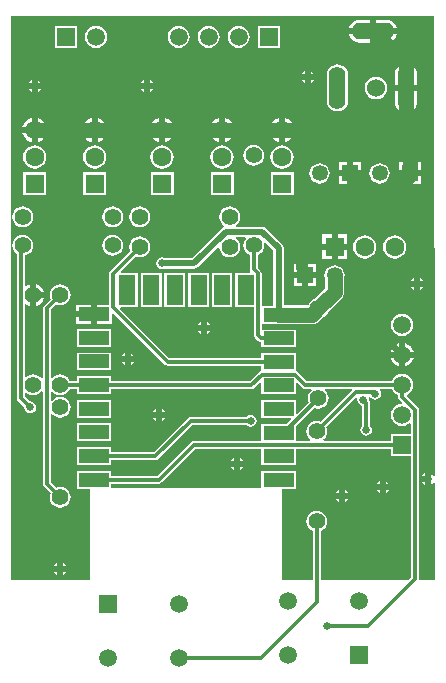
<source format=gbl>
%FSLAX25Y25*%
%MOIN*%
G70*
G01*
G75*
G04 Layer_Physical_Order=2*
G04 Layer_Color=16711680*
%ADD10C,0.07874*%
%ADD11C,0.02000*%
%ADD12C,0.01200*%
%ADD13C,0.05000*%
%ADD14C,0.02500*%
%ADD15C,0.02953*%
%ADD16C,0.06299*%
%ADD17R,0.06299X0.06299*%
%ADD18R,0.05906X0.05906*%
%ADD19C,0.05906*%
%ADD20O,0.05512X0.14173*%
%ADD21O,0.14173X0.05512*%
%ADD22C,0.05315*%
%ADD23R,0.05315X0.05315*%
%ADD24R,0.06299X0.06299*%
%ADD25C,0.05512*%
%ADD26R,0.05906X0.05906*%
%ADD27R,0.10000X0.04500*%
%ADD28R,0.05500X0.10000*%
%ADD29C,0.06000*%
%ADD30C,0.02500*%
G36*
X127809Y94658D02*
X128395Y93895D01*
X129158Y93309D01*
X129674Y93095D01*
Y92514D01*
X129775Y92007D01*
X130063Y91577D01*
X131003Y90637D01*
X130842Y90163D01*
X130046Y90059D01*
X129158Y89691D01*
X128395Y89105D01*
X127809Y88342D01*
X127441Y87454D01*
X127316Y86500D01*
X127441Y85546D01*
X127809Y84658D01*
X128395Y83895D01*
X129158Y83309D01*
X130046Y82941D01*
X131000Y82816D01*
X131954Y82941D01*
X132842Y83309D01*
X133479Y83798D01*
X133927Y83577D01*
Y80153D01*
X127347D01*
Y77825D01*
X104818D01*
X104657Y78299D01*
X104965Y78535D01*
X105519Y79257D01*
X105867Y80098D01*
X105986Y81000D01*
X105867Y81902D01*
X105694Y82320D01*
X115685Y92311D01*
X116126Y92075D01*
X116012Y91500D01*
X116163Y90739D01*
X116594Y90094D01*
X117239Y89663D01*
X117675Y89577D01*
Y82960D01*
X117594Y82906D01*
X117163Y82261D01*
X117012Y81500D01*
X117163Y80739D01*
X117594Y80094D01*
X118239Y79663D01*
X119000Y79512D01*
X119761Y79663D01*
X120406Y80094D01*
X120837Y80739D01*
X120988Y81500D01*
X120837Y82261D01*
X120406Y82906D01*
X120326Y82960D01*
Y90500D01*
X120225Y91007D01*
X119967Y91393D01*
X119988Y91500D01*
X119837Y92261D01*
X119895Y92369D01*
X120394Y92393D01*
X120594Y92094D01*
X121239Y91663D01*
X122000Y91512D01*
X122761Y91663D01*
X123406Y92094D01*
X123837Y92739D01*
X123988Y93500D01*
X123837Y94261D01*
X123521Y94734D01*
X123757Y95174D01*
X127595D01*
X127809Y94658D01*
D02*
G37*
G36*
X141701Y219500D02*
X141701Y219500D01*
X141701Y219500D01*
X141945Y66253D01*
X141466Y66107D01*
X141122Y66622D01*
X140500Y67038D01*
Y65000D01*
Y62962D01*
X141122Y63378D01*
X141470Y63899D01*
X141949Y63754D01*
X141999Y31854D01*
X141646Y31500D01*
X136786D01*
X136578Y31753D01*
Y88261D01*
X136477Y88769D01*
X136190Y89199D01*
X132621Y92768D01*
X132719Y93258D01*
X132842Y93309D01*
X133605Y93895D01*
X134191Y94658D01*
X134559Y95546D01*
X134684Y96500D01*
X134559Y97454D01*
X134191Y98342D01*
X133605Y99105D01*
X132842Y99691D01*
X131954Y100059D01*
X131000Y100184D01*
X130046Y100059D01*
X129158Y99691D01*
X128395Y99105D01*
X127809Y98342D01*
X127595Y97825D01*
X99338D01*
X96276Y100887D01*
X95846Y101175D01*
X95499Y101243D01*
X95500Y101250D01*
X95500Y101250D01*
X95500Y101250D01*
Y107150D01*
X84100D01*
Y105526D01*
X53349D01*
X36936Y121938D01*
X37128Y122400D01*
X42850D01*
Y133800D01*
X37328D01*
X37136Y134262D01*
X42180Y139306D01*
X42598Y139133D01*
X43500Y139014D01*
X44402Y139133D01*
X45243Y139481D01*
X45965Y140035D01*
X46519Y140757D01*
X46867Y141598D01*
X46986Y142500D01*
X46867Y143402D01*
X46519Y144243D01*
X45965Y144965D01*
X45243Y145519D01*
X44402Y145867D01*
X43500Y145986D01*
X42598Y145867D01*
X41757Y145519D01*
X41035Y144965D01*
X40481Y144243D01*
X40133Y143402D01*
X40014Y142500D01*
X40133Y141598D01*
X40306Y141180D01*
X33563Y134437D01*
X33275Y134007D01*
X33174Y133500D01*
Y123250D01*
X29300D01*
Y120000D01*
Y116750D01*
X34300D01*
Y120172D01*
X34762Y120364D01*
X51863Y103263D01*
X52293Y102975D01*
X52800Y102875D01*
X84100D01*
Y101250D01*
X84100Y101250D01*
X84100D01*
X84101Y101243D01*
X83754Y101175D01*
X83324Y100887D01*
X80163Y97725D01*
X34100D01*
Y99350D01*
X22700D01*
Y97725D01*
X20233D01*
X20019Y98243D01*
X19465Y98965D01*
X18743Y99519D01*
X17902Y99867D01*
X17000Y99986D01*
X16098Y99867D01*
X15257Y99519D01*
X14535Y98965D01*
X14299Y98657D01*
X13826Y98818D01*
Y121451D01*
X15680Y123306D01*
X16098Y123133D01*
X17000Y123014D01*
X17902Y123133D01*
X18743Y123481D01*
X19465Y124035D01*
X20019Y124757D01*
X20367Y125598D01*
X20486Y126500D01*
X20367Y127402D01*
X20019Y128243D01*
X19465Y128965D01*
X18743Y129519D01*
X17902Y129867D01*
X17000Y129986D01*
X16098Y129867D01*
X15257Y129519D01*
X14535Y128965D01*
X13981Y128243D01*
X13633Y127402D01*
X13514Y126500D01*
X13633Y125598D01*
X13806Y125180D01*
X11563Y122937D01*
X11275Y122507D01*
X11174Y122000D01*
Y98818D01*
X10701Y98657D01*
X10465Y98965D01*
X9743Y99519D01*
X8902Y99867D01*
X8000Y99986D01*
X7098Y99867D01*
X6257Y99519D01*
X5718Y99105D01*
X5270Y99326D01*
Y123296D01*
X5718Y123517D01*
X6106Y123219D01*
X7000Y122849D01*
Y126500D01*
Y130151D01*
X6106Y129781D01*
X5718Y129483D01*
X5270Y129704D01*
Y139616D01*
X5402Y139633D01*
X6243Y139981D01*
X6965Y140535D01*
X7519Y141257D01*
X7867Y142098D01*
X7986Y143000D01*
X7867Y143902D01*
X7519Y144743D01*
X6965Y145465D01*
X6243Y146019D01*
X5402Y146367D01*
X4500Y146486D01*
X3598Y146367D01*
X2757Y146019D01*
X2035Y145465D01*
X1481Y144743D01*
X1133Y143902D01*
X1014Y143000D01*
X1133Y142098D01*
X1481Y141257D01*
X2035Y140535D01*
X2619Y140088D01*
Y92056D01*
X2719Y91549D01*
X3007Y91119D01*
X5031Y89095D01*
X5012Y89000D01*
X5163Y88239D01*
X5594Y87594D01*
X6239Y87163D01*
X7000Y87012D01*
X7761Y87163D01*
X8406Y87594D01*
X8837Y88239D01*
X8988Y89000D01*
X8837Y89761D01*
X8406Y90406D01*
X7761Y90837D01*
X7000Y90988D01*
X6905Y90969D01*
X5270Y92605D01*
Y93674D01*
X5718Y93895D01*
X6257Y93481D01*
X7098Y93133D01*
X8000Y93014D01*
X8902Y93133D01*
X9743Y93481D01*
X10465Y94035D01*
X10701Y94343D01*
X11174Y94182D01*
Y63500D01*
X11275Y62993D01*
X11563Y62563D01*
X13806Y60320D01*
X13633Y59902D01*
X13514Y59000D01*
X13633Y58098D01*
X13981Y57257D01*
X14535Y56535D01*
X15257Y55981D01*
X16098Y55633D01*
X17000Y55514D01*
X17902Y55633D01*
X18743Y55981D01*
X19465Y56535D01*
X20019Y57257D01*
X20367Y58098D01*
X20486Y59000D01*
X20367Y59902D01*
X20019Y60743D01*
X19465Y61465D01*
X18743Y62019D01*
X17902Y62367D01*
X17000Y62486D01*
X16098Y62367D01*
X15680Y62194D01*
X13826Y64049D01*
Y86682D01*
X14299Y86843D01*
X14535Y86535D01*
X15257Y85981D01*
X16098Y85633D01*
X17000Y85514D01*
X17902Y85633D01*
X18743Y85981D01*
X19465Y86535D01*
X20019Y87257D01*
X20367Y88098D01*
X20486Y89000D01*
X20367Y89902D01*
X20019Y90743D01*
X19465Y91465D01*
X18743Y92019D01*
X17902Y92367D01*
X17000Y92486D01*
X16098Y92367D01*
X15257Y92019D01*
X14535Y91465D01*
X14299Y91157D01*
X13826Y91318D01*
Y94182D01*
X14299Y94343D01*
X14535Y94035D01*
X15257Y93481D01*
X16098Y93133D01*
X17000Y93014D01*
X17902Y93133D01*
X18743Y93481D01*
X19465Y94035D01*
X20019Y94757D01*
X20150Y95074D01*
X22700D01*
Y93450D01*
X34100D01*
Y95074D01*
X80712D01*
X81219Y95175D01*
X81649Y95463D01*
X83638Y97452D01*
X84100Y97261D01*
Y93450D01*
X95500D01*
Y97261D01*
X95962Y97452D01*
X97851Y95563D01*
X98281Y95275D01*
X98788Y95174D01*
X100682D01*
X100843Y94701D01*
X100535Y94465D01*
X99981Y93743D01*
X99633Y92902D01*
X99514Y92000D01*
X99633Y91098D01*
X99806Y90680D01*
X95962Y86836D01*
X95500Y87028D01*
Y91350D01*
X84100D01*
Y85450D01*
X93922D01*
X94114Y84988D01*
X92676Y83550D01*
X84100D01*
Y77825D01*
X61500D01*
X60993Y77725D01*
X60563Y77437D01*
X49351Y66225D01*
X34100D01*
Y67850D01*
X22700D01*
Y61950D01*
X27000D01*
Y31500D01*
X500D01*
Y219500D01*
X141701D01*
X141701Y219500D01*
D02*
G37*
G36*
X127347Y72847D02*
X133927D01*
Y32302D01*
X133125Y31500D01*
X103825D01*
Y47808D01*
X104243Y47981D01*
X104965Y48535D01*
X105519Y49257D01*
X105867Y50098D01*
X105986Y51000D01*
X105867Y51902D01*
X105519Y52743D01*
X104965Y53465D01*
X104243Y54019D01*
X103402Y54367D01*
X102500Y54486D01*
X101598Y54367D01*
X100757Y54019D01*
X100035Y53465D01*
X99481Y52743D01*
X99133Y51902D01*
X99014Y51000D01*
X99133Y50098D01*
X99481Y49257D01*
X100035Y48535D01*
X100757Y47981D01*
X101174Y47808D01*
Y31500D01*
X91000D01*
Y61950D01*
X95500D01*
Y67850D01*
X84100D01*
Y62000D01*
X34100D01*
Y63574D01*
X49900D01*
X50407Y63675D01*
X50837Y63963D01*
X62049Y75174D01*
X84100D01*
Y69750D01*
X95500D01*
Y75174D01*
X127347D01*
Y72847D01*
D02*
G37*
G36*
X114338Y94713D02*
X103820Y84194D01*
X103402Y84367D01*
X102500Y84486D01*
X101598Y84367D01*
X100757Y84019D01*
X100035Y83465D01*
X99481Y82743D01*
X99133Y81902D01*
X99014Y81000D01*
X99133Y80098D01*
X99481Y79257D01*
X100035Y78535D01*
X100343Y78299D01*
X100182Y77825D01*
X95500D01*
Y82626D01*
X101680Y88806D01*
X102098Y88633D01*
X103000Y88514D01*
X103902Y88633D01*
X104743Y88981D01*
X105465Y89535D01*
X106019Y90257D01*
X106367Y91098D01*
X106486Y92000D01*
X106367Y92902D01*
X106019Y93743D01*
X105465Y94465D01*
X105157Y94701D01*
X105318Y95174D01*
X114147D01*
X114338Y94713D01*
D02*
G37*
%LPC*%
G36*
X66650Y133800D02*
X59750D01*
Y122400D01*
X66650D01*
Y133800D01*
D02*
G37*
G36*
X58650D02*
X51750D01*
Y122400D01*
X58650D01*
Y133800D01*
D02*
G37*
G36*
X50850D02*
X43950D01*
Y122400D01*
X50850D01*
Y133800D01*
D02*
G37*
G36*
X74450D02*
X67550D01*
Y122400D01*
X74450D01*
Y133800D01*
D02*
G37*
G36*
X9000Y130151D02*
Y127500D01*
X11651D01*
X11281Y128394D01*
X10679Y129179D01*
X9894Y129781D01*
X9000Y130151D01*
D02*
G37*
G36*
X11651Y125500D02*
X9000D01*
Y122849D01*
X9894Y123219D01*
X10679Y123821D01*
X11281Y124606D01*
X11651Y125500D01*
D02*
G37*
G36*
X34000Y115050D02*
X22600D01*
Y109150D01*
X34000D01*
Y115050D01*
D02*
G37*
G36*
X27300Y123250D02*
X22300D01*
Y121000D01*
X27300D01*
Y123250D01*
D02*
G37*
G36*
X66000Y117538D02*
Y116500D01*
X67038D01*
X66622Y117122D01*
X66000Y117538D01*
D02*
G37*
G36*
X67038Y114500D02*
X66000D01*
Y113462D01*
X66622Y113878D01*
X67038Y114500D01*
D02*
G37*
G36*
X64000Y117538D02*
X63378Y117122D01*
X62962Y116500D01*
X64000D01*
Y117538D01*
D02*
G37*
G36*
X73500Y155986D02*
X72598Y155867D01*
X71757Y155519D01*
X71035Y154965D01*
X70481Y154243D01*
X70133Y153402D01*
X70014Y152500D01*
X70133Y151598D01*
X70481Y150757D01*
X71035Y150035D01*
X71661Y149555D01*
X71547Y149068D01*
X71491Y149057D01*
X70929Y148681D01*
X60980Y138733D01*
X51916D01*
X51761Y138837D01*
X51000Y138988D01*
X50239Y138837D01*
X49594Y138406D01*
X49163Y137761D01*
X49012Y137000D01*
X49163Y136239D01*
X49594Y135594D01*
X50239Y135163D01*
X51000Y135012D01*
X51761Y135163D01*
X51916Y135267D01*
X61698D01*
X62362Y135399D01*
X62924Y135774D01*
X69572Y142422D01*
X70046Y142262D01*
X70133Y141598D01*
X70481Y140757D01*
X71035Y140035D01*
X71757Y139481D01*
X72598Y139133D01*
X73500Y139014D01*
X74402Y139133D01*
X75243Y139481D01*
X75965Y140035D01*
X76519Y140757D01*
X76867Y141598D01*
X76986Y142500D01*
X76867Y143402D01*
X76519Y144243D01*
X75965Y144965D01*
X75594Y145249D01*
X75755Y145723D01*
X78668D01*
X78889Y145274D01*
X78481Y144743D01*
X78133Y143902D01*
X78014Y143000D01*
X78133Y142098D01*
X78481Y141257D01*
X79035Y140535D01*
X79757Y139981D01*
X80174Y139808D01*
Y134988D01*
X80275Y134481D01*
X80436Y134241D01*
X80200Y133800D01*
X75350D01*
Y122400D01*
X81524D01*
Y113150D01*
X81625Y112643D01*
X81913Y112213D01*
X83063Y111063D01*
X83493Y110775D01*
X84000Y110675D01*
X84100D01*
Y109050D01*
X95500D01*
Y114950D01*
X84175D01*
Y116950D01*
X88560D01*
X88965Y116782D01*
X89800Y116672D01*
X100900D01*
X101735Y116782D01*
X102514Y117105D01*
X103182Y117618D01*
X104406Y118842D01*
X104743Y118981D01*
X105465Y119535D01*
X106019Y120257D01*
X106158Y120594D01*
X110782Y125218D01*
X111295Y125886D01*
X111618Y126665D01*
X111728Y127500D01*
Y132019D01*
X111771Y132123D01*
X111886Y133000D01*
X111771Y133877D01*
X111433Y134693D01*
X110895Y135395D01*
X110193Y135933D01*
X109377Y136271D01*
X108500Y136386D01*
X107624Y136271D01*
X106807Y135933D01*
X106105Y135395D01*
X105567Y134693D01*
X105229Y133877D01*
X105114Y133000D01*
X105229Y132123D01*
X105272Y132019D01*
Y128837D01*
X101593Y125158D01*
X101257Y125019D01*
X100535Y124465D01*
X99981Y123743D01*
X99842Y123407D01*
X99563Y123128D01*
X91533D01*
Y142112D01*
X91401Y142775D01*
X91026Y143337D01*
X91026Y143338D01*
X85681Y148681D01*
X85119Y149057D01*
X84456Y149189D01*
X75640D01*
X75479Y149663D01*
X75965Y150035D01*
X76519Y150757D01*
X76867Y151598D01*
X76986Y152500D01*
X76867Y153402D01*
X76519Y154243D01*
X75965Y154965D01*
X75243Y155519D01*
X74402Y155867D01*
X73500Y155986D01*
D02*
G37*
G36*
X131000Y120184D02*
X130046Y120059D01*
X129158Y119691D01*
X128395Y119105D01*
X127809Y118342D01*
X127441Y117454D01*
X127316Y116500D01*
X127441Y115546D01*
X127809Y114658D01*
X128395Y113895D01*
X129158Y113309D01*
X130046Y112941D01*
X131000Y112816D01*
X131954Y112941D01*
X132842Y113309D01*
X133605Y113895D01*
X134191Y114658D01*
X134559Y115546D01*
X134684Y116500D01*
X134559Y117454D01*
X134191Y118342D01*
X133605Y119105D01*
X132842Y119691D01*
X131954Y120059D01*
X131000Y120184D01*
D02*
G37*
G36*
X64000Y114500D02*
X62962D01*
X63378Y113878D01*
X64000Y113462D01*
Y114500D01*
D02*
G37*
G36*
X27300Y119000D02*
X22300D01*
Y116750D01*
X27300D01*
Y119000D01*
D02*
G37*
G36*
X128500Y146383D02*
X127495Y146250D01*
X126559Y145863D01*
X125754Y145246D01*
X125137Y144441D01*
X124750Y143505D01*
X124617Y142500D01*
X124750Y141495D01*
X125137Y140559D01*
X125754Y139754D01*
X126559Y139137D01*
X127495Y138750D01*
X128500Y138617D01*
X129505Y138750D01*
X130441Y139137D01*
X131246Y139754D01*
X131863Y140559D01*
X132250Y141495D01*
X132383Y142500D01*
X132250Y143505D01*
X131863Y144441D01*
X131246Y145246D01*
X130441Y145863D01*
X129505Y146250D01*
X128500Y146383D01*
D02*
G37*
G36*
X34500Y146486D02*
X33598Y146367D01*
X32757Y146019D01*
X32035Y145465D01*
X31481Y144743D01*
X31133Y143902D01*
X31014Y143000D01*
X31133Y142098D01*
X31481Y141257D01*
X32035Y140535D01*
X32757Y139981D01*
X33598Y139633D01*
X34500Y139514D01*
X35402Y139633D01*
X36243Y139981D01*
X36965Y140535D01*
X37519Y141257D01*
X37867Y142098D01*
X37986Y143000D01*
X37867Y143902D01*
X37519Y144743D01*
X36965Y145465D01*
X36243Y146019D01*
X35402Y146367D01*
X34500Y146486D01*
D02*
G37*
G36*
X112650Y141500D02*
X109500D01*
Y138350D01*
X112650D01*
Y141500D01*
D02*
G37*
G36*
X118500Y146383D02*
X117495Y146250D01*
X116559Y145863D01*
X115754Y145246D01*
X115137Y144441D01*
X114750Y143505D01*
X114617Y142500D01*
X114750Y141495D01*
X115137Y140559D01*
X115754Y139754D01*
X116559Y139137D01*
X117495Y138750D01*
X118500Y138617D01*
X119505Y138750D01*
X120441Y139137D01*
X121246Y139754D01*
X121863Y140559D01*
X122250Y141495D01*
X122383Y142500D01*
X122250Y143505D01*
X121863Y144441D01*
X121246Y145246D01*
X120441Y145863D01*
X119505Y146250D01*
X118500Y146383D01*
D02*
G37*
G36*
X4500Y155986D02*
X3598Y155867D01*
X2757Y155519D01*
X2035Y154965D01*
X1481Y154243D01*
X1133Y153402D01*
X1014Y152500D01*
X1133Y151598D01*
X1481Y150757D01*
X2035Y150035D01*
X2757Y149481D01*
X3598Y149133D01*
X4500Y149014D01*
X5402Y149133D01*
X6243Y149481D01*
X6965Y150035D01*
X7519Y150757D01*
X7867Y151598D01*
X7986Y152500D01*
X7867Y153402D01*
X7519Y154243D01*
X6965Y154965D01*
X6243Y155519D01*
X5402Y155867D01*
X4500Y155986D01*
D02*
G37*
G36*
X34500D02*
X33598Y155867D01*
X32757Y155519D01*
X32035Y154965D01*
X31481Y154243D01*
X31133Y153402D01*
X31014Y152500D01*
X31133Y151598D01*
X31481Y150757D01*
X32035Y150035D01*
X32757Y149481D01*
X33598Y149133D01*
X34500Y149014D01*
X35402Y149133D01*
X36243Y149481D01*
X36965Y150035D01*
X37519Y150757D01*
X37867Y151598D01*
X37986Y152500D01*
X37867Y153402D01*
X37519Y154243D01*
X36965Y154965D01*
X36243Y155519D01*
X35402Y155867D01*
X34500Y155986D01*
D02*
G37*
G36*
X107500Y146650D02*
X104350D01*
Y143500D01*
X107500D01*
Y146650D01*
D02*
G37*
G36*
X112650D02*
X109500D01*
Y143500D01*
X112650D01*
Y146650D01*
D02*
G37*
G36*
X107500Y141500D02*
X104350D01*
Y138350D01*
X107500D01*
Y141500D01*
D02*
G37*
G36*
X97500Y132000D02*
X94842D01*
Y129342D01*
X97500D01*
Y132000D01*
D02*
G37*
G36*
X102157D02*
X99500D01*
Y129342D01*
X102157D01*
Y132000D01*
D02*
G37*
G36*
X135000Y129000D02*
X133962D01*
X134378Y128378D01*
X135000Y127962D01*
Y129000D01*
D02*
G37*
G36*
X138038D02*
X137000D01*
Y127962D01*
X137622Y128378D01*
X138038Y129000D01*
D02*
G37*
G36*
X97500Y136658D02*
X94842D01*
Y134000D01*
X97500D01*
Y136658D01*
D02*
G37*
G36*
X102157D02*
X99500D01*
Y134000D01*
X102157D01*
Y136658D01*
D02*
G37*
G36*
X135000Y132038D02*
X134378Y131622D01*
X133962Y131000D01*
X135000D01*
Y132038D01*
D02*
G37*
G36*
X137000D02*
Y131000D01*
X138038D01*
X137622Y131622D01*
X137000Y132038D01*
D02*
G37*
G36*
X132000Y110355D02*
Y107500D01*
X134855D01*
X134851Y107532D01*
X134453Y108493D01*
X133819Y109319D01*
X132993Y109953D01*
X132032Y110351D01*
X132000Y110355D01*
D02*
G37*
G36*
X138500Y64000D02*
X137462D01*
X137878Y63378D01*
X138500Y62962D01*
Y64000D01*
D02*
G37*
G36*
X123500Y64538D02*
X122878Y64122D01*
X122462Y63500D01*
X123500D01*
Y64538D01*
D02*
G37*
G36*
X110000Y61538D02*
X109378Y61122D01*
X108962Y60500D01*
X110000D01*
Y61538D01*
D02*
G37*
G36*
X112000D02*
Y60500D01*
X113038D01*
X112622Y61122D01*
X112000Y61538D01*
D02*
G37*
G36*
X75000Y69000D02*
X73962D01*
X74378Y68378D01*
X75000Y67962D01*
Y69000D01*
D02*
G37*
G36*
X78038D02*
X77000D01*
Y67962D01*
X77622Y68378D01*
X78038Y69000D01*
D02*
G37*
G36*
X125500Y64538D02*
Y63500D01*
X126538D01*
X126122Y64122D01*
X125500Y64538D01*
D02*
G37*
G36*
X138500Y67038D02*
X137878Y66622D01*
X137462Y66000D01*
X138500D01*
Y67038D01*
D02*
G37*
G36*
X16000Y37038D02*
X15378Y36622D01*
X14962Y36000D01*
X16000D01*
Y37038D01*
D02*
G37*
G36*
X18000D02*
Y36000D01*
X19038D01*
X18622Y36622D01*
X18000Y37038D01*
D02*
G37*
G36*
X16000Y34000D02*
X14962D01*
X15378Y33378D01*
X16000Y32962D01*
Y34000D01*
D02*
G37*
G36*
X19038D02*
X18000D01*
Y32962D01*
X18622Y33378D01*
X19038Y34000D01*
D02*
G37*
G36*
X123500Y61500D02*
X122462D01*
X122878Y60878D01*
X123500Y60462D01*
Y61500D01*
D02*
G37*
G36*
X126538D02*
X125500D01*
Y60462D01*
X126122Y60878D01*
X126538Y61500D01*
D02*
G37*
G36*
X110000Y58500D02*
X108962D01*
X109378Y57878D01*
X110000Y57462D01*
Y58500D01*
D02*
G37*
G36*
X113038D02*
X112000D01*
Y57462D01*
X112622Y57878D01*
X113038Y58500D01*
D02*
G37*
G36*
X75000Y72038D02*
X74378Y71622D01*
X73962Y71000D01*
X75000D01*
Y72038D01*
D02*
G37*
G36*
X134855Y105500D02*
X132000D01*
Y102645D01*
X132032Y102649D01*
X132993Y103047D01*
X133819Y103681D01*
X134453Y104507D01*
X134851Y105468D01*
X134855Y105500D01*
D02*
G37*
G36*
X38500Y104000D02*
X37462D01*
X37878Y103378D01*
X38500Y102962D01*
Y104000D01*
D02*
G37*
G36*
X34000Y107250D02*
X22600D01*
Y101350D01*
X34000D01*
Y107250D01*
D02*
G37*
G36*
X130000Y105500D02*
X127145D01*
X127149Y105468D01*
X127547Y104507D01*
X128181Y103681D01*
X129007Y103047D01*
X129968Y102649D01*
X130000Y102645D01*
Y105500D01*
D02*
G37*
G36*
X40500Y107038D02*
Y106000D01*
X41538D01*
X41122Y106622D01*
X40500Y107038D01*
D02*
G37*
G36*
X130000Y110355D02*
X129968Y110351D01*
X129007Y109953D01*
X128181Y109319D01*
X127547Y108493D01*
X127149Y107532D01*
X127145Y107500D01*
X130000D01*
Y110355D01*
D02*
G37*
G36*
X41538Y104000D02*
X40500D01*
Y102962D01*
X41122Y103378D01*
X41538Y104000D01*
D02*
G37*
G36*
X38500Y107038D02*
X37878Y106622D01*
X37462Y106000D01*
X38500D01*
Y107038D01*
D02*
G37*
G36*
X80500Y86488D02*
X79739Y86337D01*
X79094Y85906D01*
X79040Y85826D01*
X60500D01*
X59993Y85725D01*
X59563Y85437D01*
X48151Y74025D01*
X34100D01*
Y75650D01*
X22700D01*
Y69750D01*
X34100D01*
Y71374D01*
X48700D01*
X49207Y71475D01*
X49637Y71763D01*
X61049Y83175D01*
X79040D01*
X79094Y83094D01*
X79739Y82663D01*
X80500Y82512D01*
X81261Y82663D01*
X81906Y83094D01*
X82337Y83739D01*
X82488Y84500D01*
X82337Y85261D01*
X81906Y85906D01*
X81261Y86337D01*
X80500Y86488D01*
D02*
G37*
G36*
X49000Y85500D02*
X47962D01*
X48378Y84878D01*
X49000Y84462D01*
Y85500D01*
D02*
G37*
G36*
X77000Y72038D02*
Y71000D01*
X78038D01*
X77622Y71622D01*
X77000Y72038D01*
D02*
G37*
G36*
X34100Y83650D02*
X22700D01*
Y77750D01*
X34100D01*
Y83650D01*
D02*
G37*
G36*
X49000Y88538D02*
X48378Y88122D01*
X47962Y87500D01*
X49000D01*
Y88538D01*
D02*
G37*
G36*
X51000D02*
Y87500D01*
X52038D01*
X51622Y88122D01*
X51000Y88538D01*
D02*
G37*
G36*
X52038Y85500D02*
X51000D01*
Y84462D01*
X51622Y84878D01*
X52038Y85500D01*
D02*
G37*
G36*
X34100Y91450D02*
X22700D01*
Y85550D01*
X34100D01*
Y91450D01*
D02*
G37*
G36*
X7500Y195000D02*
X6462D01*
X6878Y194378D01*
X7500Y193962D01*
Y195000D01*
D02*
G37*
G36*
X10538D02*
X9500D01*
Y193962D01*
X10122Y194378D01*
X10538Y195000D01*
D02*
G37*
G36*
X109457Y203316D02*
X108554Y203198D01*
X107714Y202849D01*
X106992Y202295D01*
X106438Y201574D01*
X106090Y200733D01*
X105971Y199831D01*
Y191169D01*
X106090Y190267D01*
X106438Y189426D01*
X106992Y188705D01*
X107714Y188151D01*
X108554Y187802D01*
X109457Y187684D01*
X110359Y187802D01*
X111199Y188151D01*
X111922Y188705D01*
X112475Y189426D01*
X112824Y190267D01*
X112942Y191169D01*
Y199831D01*
X112824Y200733D01*
X112475Y201574D01*
X111922Y202295D01*
X111199Y202849D01*
X110359Y203198D01*
X109457Y203316D01*
D02*
G37*
G36*
X122291Y199232D02*
X121326Y199105D01*
X120425Y198732D01*
X119652Y198139D01*
X119059Y197366D01*
X118687Y196466D01*
X118559Y195500D01*
X118687Y194534D01*
X119059Y193634D01*
X119652Y192861D01*
X120425Y192268D01*
X121326Y191895D01*
X122291Y191768D01*
X123257Y191895D01*
X124157Y192268D01*
X124930Y192861D01*
X125523Y193634D01*
X125896Y194534D01*
X126023Y195500D01*
X125896Y196466D01*
X125523Y197366D01*
X124930Y198139D01*
X124157Y198732D01*
X123257Y199105D01*
X122291Y199232D01*
D02*
G37*
G36*
X131291Y203482D02*
X130397Y203112D01*
X129613Y202509D01*
X129011Y201725D01*
X128632Y200811D01*
X128503Y199831D01*
Y196500D01*
X131291D01*
Y203482D01*
D02*
G37*
G36*
X133291D02*
Y196500D01*
X136080D01*
Y199831D01*
X135951Y200811D01*
X135572Y201725D01*
X134970Y202509D01*
X134186Y203112D01*
X133291Y203482D01*
D02*
G37*
G36*
X45000Y195000D02*
X43962D01*
X44378Y194378D01*
X45000Y193962D01*
Y195000D01*
D02*
G37*
G36*
X48038D02*
X47000D01*
Y193962D01*
X47622Y194378D01*
X48038Y195000D01*
D02*
G37*
G36*
X136080Y194500D02*
X133291D01*
Y187518D01*
X134186Y187889D01*
X134970Y188491D01*
X135572Y189275D01*
X135951Y190189D01*
X136080Y191169D01*
Y194500D01*
D02*
G37*
G36*
X52000Y185530D02*
Y182476D01*
X55054D01*
X55043Y182560D01*
X54625Y183569D01*
X53960Y184436D01*
X53093Y185101D01*
X52083Y185519D01*
X52000Y185530D01*
D02*
G37*
G36*
X70000D02*
X69917Y185519D01*
X68907Y185101D01*
X68041Y184436D01*
X67375Y183569D01*
X66957Y182560D01*
X66946Y182476D01*
X70000D01*
Y185530D01*
D02*
G37*
G36*
X29500D02*
Y182476D01*
X32554D01*
X32543Y182560D01*
X32125Y183569D01*
X31460Y184436D01*
X30593Y185101D01*
X29583Y185519D01*
X29500Y185530D01*
D02*
G37*
G36*
X50000D02*
X49917Y185519D01*
X48907Y185101D01*
X48041Y184436D01*
X47375Y183569D01*
X46957Y182560D01*
X46946Y182476D01*
X50000D01*
Y185530D01*
D02*
G37*
G36*
X92000D02*
Y182476D01*
X95054D01*
X95043Y182560D01*
X94625Y183569D01*
X93959Y184436D01*
X93093Y185101D01*
X92083Y185519D01*
X92000Y185530D01*
D02*
G37*
G36*
X131291Y194500D02*
X128503D01*
Y191169D01*
X128632Y190189D01*
X129011Y189275D01*
X129613Y188491D01*
X130397Y187889D01*
X131291Y187518D01*
Y194500D01*
D02*
G37*
G36*
X72000Y185530D02*
Y182476D01*
X75054D01*
X75043Y182560D01*
X74625Y183569D01*
X73959Y184436D01*
X73093Y185101D01*
X72083Y185519D01*
X72000Y185530D01*
D02*
G37*
G36*
X90000D02*
X89917Y185519D01*
X88907Y185101D01*
X88041Y184436D01*
X87375Y183569D01*
X86957Y182560D01*
X86946Y182476D01*
X90000D01*
Y185530D01*
D02*
G37*
G36*
X98500Y198000D02*
X97462D01*
X97878Y197378D01*
X98500Y196962D01*
Y198000D01*
D02*
G37*
G36*
X22653Y216153D02*
X15347D01*
Y208847D01*
X22653D01*
Y216153D01*
D02*
G37*
G36*
X90153D02*
X82847D01*
Y208847D01*
X90153D01*
Y216153D01*
D02*
G37*
G36*
X66500Y216184D02*
X65546Y216059D01*
X64658Y215691D01*
X63895Y215105D01*
X63309Y214342D01*
X62941Y213454D01*
X62816Y212500D01*
X62941Y211546D01*
X63309Y210658D01*
X63895Y209895D01*
X64658Y209309D01*
X65546Y208941D01*
X66500Y208816D01*
X67454Y208941D01*
X68342Y209309D01*
X69105Y209895D01*
X69691Y210658D01*
X70059Y211546D01*
X70184Y212500D01*
X70059Y213454D01*
X69691Y214342D01*
X69105Y215105D01*
X68342Y215691D01*
X67454Y216059D01*
X66500Y216184D01*
D02*
G37*
G36*
X76500D02*
X75546Y216059D01*
X74658Y215691D01*
X73895Y215105D01*
X73309Y214342D01*
X72941Y213454D01*
X72816Y212500D01*
X72941Y211546D01*
X73309Y210658D01*
X73895Y209895D01*
X74658Y209309D01*
X75546Y208941D01*
X76500Y208816D01*
X77454Y208941D01*
X78342Y209309D01*
X79105Y209895D01*
X79691Y210658D01*
X80059Y211546D01*
X80184Y212500D01*
X80059Y213454D01*
X79691Y214342D01*
X79105Y215105D01*
X78342Y215691D01*
X77454Y216059D01*
X76500Y216184D01*
D02*
G37*
G36*
X120268Y218186D02*
X116937D01*
X115956Y218057D01*
X115043Y217678D01*
X114258Y217076D01*
X113656Y216292D01*
X113286Y215398D01*
X120268D01*
Y218186D01*
D02*
G37*
G36*
X125598D02*
X122268D01*
Y215398D01*
X129250D01*
X128879Y216292D01*
X128277Y217076D01*
X127493Y217678D01*
X126579Y218057D01*
X125598Y218186D01*
D02*
G37*
G36*
X120268Y213398D02*
X113286D01*
X113656Y212504D01*
X114258Y211719D01*
X115043Y211117D01*
X115956Y210738D01*
X116937Y210609D01*
X120268D01*
Y213398D01*
D02*
G37*
G36*
X129250D02*
X122268D01*
Y210609D01*
X125598D01*
X126579Y210738D01*
X127493Y211117D01*
X128277Y211719D01*
X128879Y212504D01*
X129250Y213398D01*
D02*
G37*
G36*
X56500Y216184D02*
X55546Y216059D01*
X54658Y215691D01*
X53895Y215105D01*
X53309Y214342D01*
X52941Y213454D01*
X52816Y212500D01*
X52941Y211546D01*
X53309Y210658D01*
X53895Y209895D01*
X54658Y209309D01*
X55546Y208941D01*
X56500Y208816D01*
X57454Y208941D01*
X58342Y209309D01*
X59105Y209895D01*
X59691Y210658D01*
X60059Y211546D01*
X60184Y212500D01*
X60059Y213454D01*
X59691Y214342D01*
X59105Y215105D01*
X58342Y215691D01*
X57454Y216059D01*
X56500Y216184D01*
D02*
G37*
G36*
X9500Y198038D02*
Y197000D01*
X10538D01*
X10122Y197622D01*
X9500Y198038D01*
D02*
G37*
G36*
X45000D02*
X44378Y197622D01*
X43962Y197000D01*
X45000D01*
Y198038D01*
D02*
G37*
G36*
X101538Y198000D02*
X100500D01*
Y196962D01*
X101122Y197378D01*
X101538Y198000D01*
D02*
G37*
G36*
X7500Y198038D02*
X6878Y197622D01*
X6462Y197000D01*
X7500D01*
Y198038D01*
D02*
G37*
G36*
X100500Y201038D02*
Y200000D01*
X101538D01*
X101122Y200622D01*
X100500Y201038D01*
D02*
G37*
G36*
X29000Y216184D02*
X28046Y216059D01*
X27158Y215691D01*
X26395Y215105D01*
X25809Y214342D01*
X25441Y213454D01*
X25316Y212500D01*
X25441Y211546D01*
X25809Y210658D01*
X26395Y209895D01*
X27158Y209309D01*
X28046Y208941D01*
X29000Y208816D01*
X29954Y208941D01*
X30842Y209309D01*
X31605Y209895D01*
X32191Y210658D01*
X32559Y211546D01*
X32684Y212500D01*
X32559Y213454D01*
X32191Y214342D01*
X31605Y215105D01*
X30842Y215691D01*
X29954Y216059D01*
X29000Y216184D01*
D02*
G37*
G36*
X47000Y198038D02*
Y197000D01*
X48038D01*
X47622Y197622D01*
X47000Y198038D01*
D02*
G37*
G36*
X98500Y201038D02*
X97878Y200622D01*
X97462Y200000D01*
X98500D01*
Y201038D01*
D02*
G37*
G36*
X27500Y185530D02*
X27417Y185519D01*
X26407Y185101D01*
X25541Y184436D01*
X24875Y183569D01*
X24457Y182560D01*
X24446Y182476D01*
X27500D01*
Y185530D01*
D02*
G37*
G36*
X123500Y170386D02*
X122624Y170271D01*
X121807Y169933D01*
X121105Y169395D01*
X120567Y168693D01*
X120229Y167877D01*
X120114Y167000D01*
X120229Y166123D01*
X120567Y165307D01*
X121105Y164605D01*
X121807Y164067D01*
X122624Y163729D01*
X123500Y163614D01*
X124376Y163729D01*
X125193Y164067D01*
X125895Y164605D01*
X126433Y165307D01*
X126771Y166123D01*
X126886Y167000D01*
X126771Y167877D01*
X126433Y168693D01*
X125895Y169395D01*
X125193Y169933D01*
X124376Y170271D01*
X123500Y170386D01*
D02*
G37*
G36*
X112500Y170658D02*
X109843D01*
Y168000D01*
X112500D01*
Y170658D01*
D02*
G37*
G36*
X137157Y166000D02*
X134500D01*
Y163342D01*
X137157D01*
Y166000D01*
D02*
G37*
G36*
X103500Y170386D02*
X102623Y170271D01*
X101807Y169933D01*
X101105Y169395D01*
X100567Y168693D01*
X100229Y167877D01*
X100113Y167000D01*
X100229Y166123D01*
X100567Y165307D01*
X101105Y164605D01*
X101807Y164067D01*
X102623Y163729D01*
X103500Y163614D01*
X104376Y163729D01*
X105193Y164067D01*
X105895Y164605D01*
X106433Y165307D01*
X106771Y166123D01*
X106886Y167000D01*
X106771Y167877D01*
X106433Y168693D01*
X105895Y169395D01*
X105193Y169933D01*
X104376Y170271D01*
X103500Y170386D01*
D02*
G37*
G36*
X137157Y170658D02*
X134500D01*
Y168000D01*
X137157D01*
Y170658D01*
D02*
G37*
G36*
X8500Y176383D02*
X7495Y176251D01*
X6559Y175863D01*
X5754Y175246D01*
X5137Y174441D01*
X4750Y173505D01*
X4617Y172500D01*
X4750Y171495D01*
X5137Y170559D01*
X5754Y169754D01*
X6559Y169137D01*
X7495Y168749D01*
X8500Y168617D01*
X9505Y168749D01*
X10441Y169137D01*
X11246Y169754D01*
X11863Y170559D01*
X12251Y171495D01*
X12383Y172500D01*
X12251Y173505D01*
X11863Y174441D01*
X11246Y175246D01*
X10441Y175863D01*
X9505Y176251D01*
X8500Y176383D01*
D02*
G37*
G36*
X117157Y170658D02*
X114500D01*
Y168000D01*
X117157D01*
Y170658D01*
D02*
G37*
G36*
X132500D02*
X129842D01*
Y168000D01*
X132500D01*
Y170658D01*
D02*
G37*
G36*
Y166000D02*
X129842D01*
Y163342D01*
X132500D01*
Y166000D01*
D02*
G37*
G36*
X32350Y167373D02*
X24650D01*
Y159674D01*
X32350D01*
Y167373D01*
D02*
G37*
G36*
X54850D02*
X47150D01*
Y159674D01*
X54850D01*
Y167373D01*
D02*
G37*
G36*
X43500Y155986D02*
X42598Y155867D01*
X41757Y155519D01*
X41035Y154965D01*
X40481Y154243D01*
X40133Y153402D01*
X40014Y152500D01*
X40133Y151598D01*
X40481Y150757D01*
X41035Y150035D01*
X41757Y149481D01*
X42598Y149133D01*
X43500Y149014D01*
X44402Y149133D01*
X45243Y149481D01*
X45965Y150035D01*
X46519Y150757D01*
X46867Y151598D01*
X46986Y152500D01*
X46867Y153402D01*
X46519Y154243D01*
X45965Y154965D01*
X45243Y155519D01*
X44402Y155867D01*
X43500Y155986D01*
D02*
G37*
G36*
X12350Y167373D02*
X4650D01*
Y159674D01*
X12350D01*
Y167373D01*
D02*
G37*
G36*
X112500Y166000D02*
X109843D01*
Y163342D01*
X112500D01*
Y166000D01*
D02*
G37*
G36*
X117157D02*
X114500D01*
Y163342D01*
X117157D01*
Y166000D01*
D02*
G37*
G36*
X74850Y167373D02*
X67150D01*
Y159674D01*
X74850D01*
Y167373D01*
D02*
G37*
G36*
X94850D02*
X87150D01*
Y159674D01*
X94850D01*
Y167373D01*
D02*
G37*
G36*
X28500Y176383D02*
X27495Y176251D01*
X26559Y175863D01*
X25754Y175246D01*
X25137Y174441D01*
X24749Y173505D01*
X24617Y172500D01*
X24749Y171495D01*
X25137Y170559D01*
X25754Y169754D01*
X26559Y169137D01*
X27495Y168749D01*
X28500Y168617D01*
X29505Y168749D01*
X30441Y169137D01*
X31246Y169754D01*
X31863Y170559D01*
X32250Y171495D01*
X32383Y172500D01*
X32250Y173505D01*
X31863Y174441D01*
X31246Y175246D01*
X30441Y175863D01*
X29505Y176251D01*
X28500Y176383D01*
D02*
G37*
G36*
X70000Y180476D02*
X66946D01*
X66957Y180393D01*
X67375Y179384D01*
X68041Y178517D01*
X68907Y177852D01*
X69917Y177434D01*
X70000Y177423D01*
Y180476D01*
D02*
G37*
G36*
X75054D02*
X72000D01*
Y177423D01*
X72083Y177434D01*
X73093Y177852D01*
X73959Y178517D01*
X74625Y179384D01*
X75043Y180393D01*
X75054Y180476D01*
D02*
G37*
G36*
X50000D02*
X46946D01*
X46957Y180393D01*
X47375Y179384D01*
X48041Y178517D01*
X48907Y177852D01*
X49917Y177434D01*
X50000Y177423D01*
Y180476D01*
D02*
G37*
G36*
X55054D02*
X52000D01*
Y177423D01*
X52083Y177434D01*
X53093Y177852D01*
X53960Y178517D01*
X54625Y179384D01*
X55043Y180393D01*
X55054Y180476D01*
D02*
G37*
G36*
X7500Y185530D02*
X7417Y185519D01*
X6407Y185101D01*
X5540Y184436D01*
X4875Y183569D01*
X4457Y182560D01*
X4446Y182476D01*
X7500D01*
Y185530D01*
D02*
G37*
G36*
X9500D02*
Y182476D01*
X12554D01*
X12543Y182560D01*
X12125Y183569D01*
X11460Y184436D01*
X10593Y185101D01*
X9583Y185519D01*
X9500Y185530D01*
D02*
G37*
G36*
X90000Y180476D02*
X86946D01*
X86957Y180393D01*
X87375Y179384D01*
X88041Y178517D01*
X88907Y177852D01*
X89917Y177434D01*
X90000Y177423D01*
Y180476D01*
D02*
G37*
G36*
X95054D02*
X92000D01*
Y177423D01*
X92083Y177434D01*
X93093Y177852D01*
X93959Y178517D01*
X94625Y179384D01*
X95043Y180393D01*
X95054Y180476D01*
D02*
G37*
G36*
X32554D02*
X29500D01*
Y177423D01*
X29583Y177434D01*
X30593Y177852D01*
X31460Y178517D01*
X32125Y179384D01*
X32543Y180393D01*
X32554Y180476D01*
D02*
G37*
G36*
X91000Y176383D02*
X89995Y176251D01*
X89059Y175863D01*
X88254Y175246D01*
X87637Y174441D01*
X87249Y173505D01*
X87117Y172500D01*
X87249Y171495D01*
X87637Y170559D01*
X88254Y169754D01*
X89059Y169137D01*
X89995Y168749D01*
X91000Y168617D01*
X92005Y168749D01*
X92941Y169137D01*
X93746Y169754D01*
X94363Y170559D01*
X94750Y171495D01*
X94883Y172500D01*
X94750Y173505D01*
X94363Y174441D01*
X93746Y175246D01*
X92941Y175863D01*
X92005Y176251D01*
X91000Y176383D01*
D02*
G37*
G36*
X71000D02*
X69995Y176251D01*
X69059Y175863D01*
X68254Y175246D01*
X67637Y174441D01*
X67250Y173505D01*
X67117Y172500D01*
X67250Y171495D01*
X67637Y170559D01*
X68254Y169754D01*
X69059Y169137D01*
X69995Y168749D01*
X71000Y168617D01*
X72005Y168749D01*
X72941Y169137D01*
X73746Y169754D01*
X74363Y170559D01*
X74751Y171495D01*
X74883Y172500D01*
X74751Y173505D01*
X74363Y174441D01*
X73746Y175246D01*
X72941Y175863D01*
X72005Y176251D01*
X71000Y176383D01*
D02*
G37*
G36*
X51000D02*
X49995Y176251D01*
X49059Y175863D01*
X48254Y175246D01*
X47637Y174441D01*
X47249Y173505D01*
X47117Y172500D01*
X47249Y171495D01*
X47637Y170559D01*
X48254Y169754D01*
X49059Y169137D01*
X49995Y168749D01*
X51000Y168617D01*
X52005Y168749D01*
X52941Y169137D01*
X53746Y169754D01*
X54363Y170559D01*
X54751Y171495D01*
X54883Y172500D01*
X54751Y173505D01*
X54363Y174441D01*
X53746Y175246D01*
X52941Y175863D01*
X52005Y176251D01*
X51000Y176383D01*
D02*
G37*
G36*
X81500Y176486D02*
X80598Y176367D01*
X79757Y176019D01*
X79035Y175465D01*
X78481Y174743D01*
X78133Y173902D01*
X78014Y173000D01*
X78133Y172098D01*
X78481Y171257D01*
X79035Y170535D01*
X79757Y169981D01*
X80598Y169633D01*
X81500Y169514D01*
X82402Y169633D01*
X83243Y169981D01*
X83965Y170535D01*
X84519Y171257D01*
X84867Y172098D01*
X84986Y173000D01*
X84867Y173902D01*
X84519Y174743D01*
X83965Y175465D01*
X83243Y176019D01*
X82402Y176367D01*
X81500Y176486D01*
D02*
G37*
G36*
X27500Y180476D02*
X24446D01*
X24457Y180393D01*
X24875Y179384D01*
X25541Y178517D01*
X26407Y177852D01*
X27417Y177434D01*
X27500Y177423D01*
Y180476D01*
D02*
G37*
G36*
X12554D02*
X9500D01*
Y177423D01*
X9583Y177434D01*
X10593Y177852D01*
X11460Y178517D01*
X12125Y179384D01*
X12543Y180393D01*
X12554Y180476D01*
D02*
G37*
G36*
X7500D02*
X4446D01*
X4457Y180393D01*
X4875Y179384D01*
X5540Y178517D01*
X6407Y177852D01*
X7417Y177434D01*
X7500Y177423D01*
Y180476D01*
D02*
G37*
%LPD*%
G36*
X88067Y141394D02*
Y122850D01*
X84175D01*
Y133639D01*
X84075Y134146D01*
X83787Y134576D01*
X82825Y135538D01*
Y139808D01*
X83243Y139981D01*
X83965Y140535D01*
X84519Y141257D01*
X84867Y142098D01*
X84986Y143000D01*
X84867Y143902D01*
X85356Y144105D01*
X88067Y141394D01*
D02*
G37*
D11*
X28300Y120000D02*
Y143102D01*
X32654Y147456D01*
X106500Y157500D02*
X111500D01*
X118500Y150500D01*
X96500Y135000D02*
X98500Y133000D01*
X118500Y119000D02*
X131000Y106500D01*
X96500Y135000D02*
Y147500D01*
X106500Y157500D01*
X51000Y137000D02*
X61698D01*
X72154Y147456D01*
X84456D01*
X89800Y142112D01*
Y119900D02*
Y142112D01*
X32654Y147456D02*
X58456D01*
X68000Y157000D01*
X87000D01*
X96500Y147500D01*
D12*
X84000Y5500D02*
X102500Y24000D01*
X56500Y5500D02*
X84000D01*
X102500Y24000D02*
Y51000D01*
X81500Y134988D02*
Y143000D01*
Y134988D02*
X82850Y133639D01*
Y113150D02*
Y133639D01*
Y113150D02*
X84000Y112000D01*
X89800D01*
X91600Y80600D02*
X103000Y92000D01*
X89800Y80600D02*
X91600D01*
X98788Y96500D02*
X131000D01*
X95338Y99950D02*
X98788Y96500D01*
X84262Y99950D02*
X95338D01*
X80712Y96400D02*
X84262Y99950D01*
X17000Y96500D02*
X17100Y96400D01*
X28400D01*
X80712D01*
X60500Y84500D02*
X80500D01*
X48700Y72700D02*
X60500Y84500D01*
X28400Y72700D02*
X48700D01*
X61500Y76500D02*
X131000D01*
X49900Y64900D02*
X61500Y76500D01*
X28400Y64900D02*
X49900D01*
X52800Y104200D02*
X89800D01*
X34600Y122400D02*
X52800Y104200D01*
X34600Y122400D02*
Y122889D01*
X34500Y122988D02*
X34600Y122889D01*
X34500Y122988D02*
Y133500D01*
X43500Y142500D01*
X118000Y91500D02*
X119000Y90500D01*
Y81500D02*
Y90500D01*
X131000Y92514D02*
Y96500D01*
Y92514D02*
X135253Y88261D01*
Y31753D02*
Y88261D01*
X119500Y16000D02*
X135253Y31753D01*
X106000Y16000D02*
X119500D01*
X12500Y63500D02*
X17000Y59000D01*
X12500Y63500D02*
Y122000D01*
X17000Y126500D01*
X3944Y142444D02*
X4500Y143000D01*
X3944Y92056D02*
Y142444D01*
Y92056D02*
X7000Y89000D01*
X119056Y94050D02*
X119106Y94000D01*
X102500Y81000D02*
X115550Y94050D01*
X119056D01*
X119106Y94000D02*
X121500D01*
X122000Y93500D01*
D13*
X89800Y119900D02*
X100900D01*
X103000Y122000D01*
X108500Y127500D01*
Y133000D01*
X132291Y195500D02*
Y203374D01*
X121268Y214398D02*
X132291Y203374D01*
X51000Y181476D02*
X71000D01*
X91000D01*
X128476D01*
X132291Y185291D01*
Y195500D01*
X28500Y181476D02*
X51000D01*
X8500D02*
X28500D01*
X132291Y185291D02*
X133500Y184083D01*
Y167000D02*
Y184083D01*
Y166325D02*
Y167000D01*
X118500Y151325D02*
X133500Y166325D01*
X118500Y151325D02*
Y162000D01*
X113500Y167000D02*
X118500Y162000D01*
D16*
X128500Y142500D02*
D03*
X118500D02*
D03*
X28500Y181476D02*
D03*
Y172500D02*
D03*
X8500Y181476D02*
D03*
Y172500D02*
D03*
X91000Y181476D02*
D03*
Y172500D02*
D03*
X71000Y181476D02*
D03*
Y172500D02*
D03*
X51000Y181476D02*
D03*
Y172500D02*
D03*
D17*
X108500Y142500D02*
D03*
D18*
X33000Y23500D02*
D03*
X116500Y6500D02*
D03*
X19000Y212500D02*
D03*
X86500D02*
D03*
D19*
X56500Y23500D02*
D03*
X33000Y5500D02*
D03*
X56500D02*
D03*
X93000Y6500D02*
D03*
X116500Y24500D02*
D03*
X93000D02*
D03*
X29000Y212500D02*
D03*
X76500D02*
D03*
X66500D02*
D03*
X56500D02*
D03*
X131000Y86500D02*
D03*
Y96500D02*
D03*
Y106500D02*
D03*
Y116500D02*
D03*
D20*
X132291Y195500D02*
D03*
X109457D02*
D03*
D21*
X121268Y214398D02*
D03*
D22*
X108500Y133000D02*
D03*
X103500Y167000D02*
D03*
X123500D02*
D03*
D23*
X98500Y133000D02*
D03*
X113500Y167000D02*
D03*
X133500D02*
D03*
D24*
X28500Y163524D02*
D03*
X8500D02*
D03*
X91000D02*
D03*
X71000D02*
D03*
X51000D02*
D03*
D25*
X43500Y142500D02*
D03*
X73500D02*
D03*
X43500Y152500D02*
D03*
X73500D02*
D03*
X4500Y143000D02*
D03*
X34500D02*
D03*
X4500Y152500D02*
D03*
X34500D02*
D03*
X81500Y143000D02*
D03*
Y173000D02*
D03*
X102500Y81000D02*
D03*
Y51000D02*
D03*
X17000Y96500D02*
D03*
Y126500D02*
D03*
Y89000D02*
D03*
Y59000D02*
D03*
X8000Y96500D02*
D03*
Y126500D02*
D03*
X103000Y122000D02*
D03*
Y92000D02*
D03*
D26*
X131000Y76500D02*
D03*
D27*
X89800Y112000D02*
D03*
X28300Y120000D02*
D03*
X89800Y64900D02*
D03*
Y72700D02*
D03*
Y80600D02*
D03*
Y88400D02*
D03*
Y96400D02*
D03*
Y104200D02*
D03*
Y119900D02*
D03*
X28300Y112100D02*
D03*
Y104300D02*
D03*
X28400Y96400D02*
D03*
Y88500D02*
D03*
Y80700D02*
D03*
Y72700D02*
D03*
Y64900D02*
D03*
D28*
X78800Y128100D02*
D03*
X71000D02*
D03*
X63200D02*
D03*
X55200D02*
D03*
X47400D02*
D03*
X39400D02*
D03*
D29*
X122291Y195500D02*
D03*
D30*
X80500Y84500D02*
D03*
X118000Y91500D02*
D03*
X119000Y81500D02*
D03*
X106000Y16000D02*
D03*
X7000Y89000D02*
D03*
X51000Y137000D02*
D03*
X50000Y86500D02*
D03*
X17000Y35000D02*
D03*
X99500Y199000D02*
D03*
X46000Y196000D02*
D03*
X136000Y130000D02*
D03*
X8500Y196000D02*
D03*
X65000Y115500D02*
D03*
X76000Y70000D02*
D03*
X122000Y93500D02*
D03*
X124500Y62500D02*
D03*
X139500Y65000D02*
D03*
X111000Y59500D02*
D03*
X39500Y105000D02*
D03*
M02*

</source>
